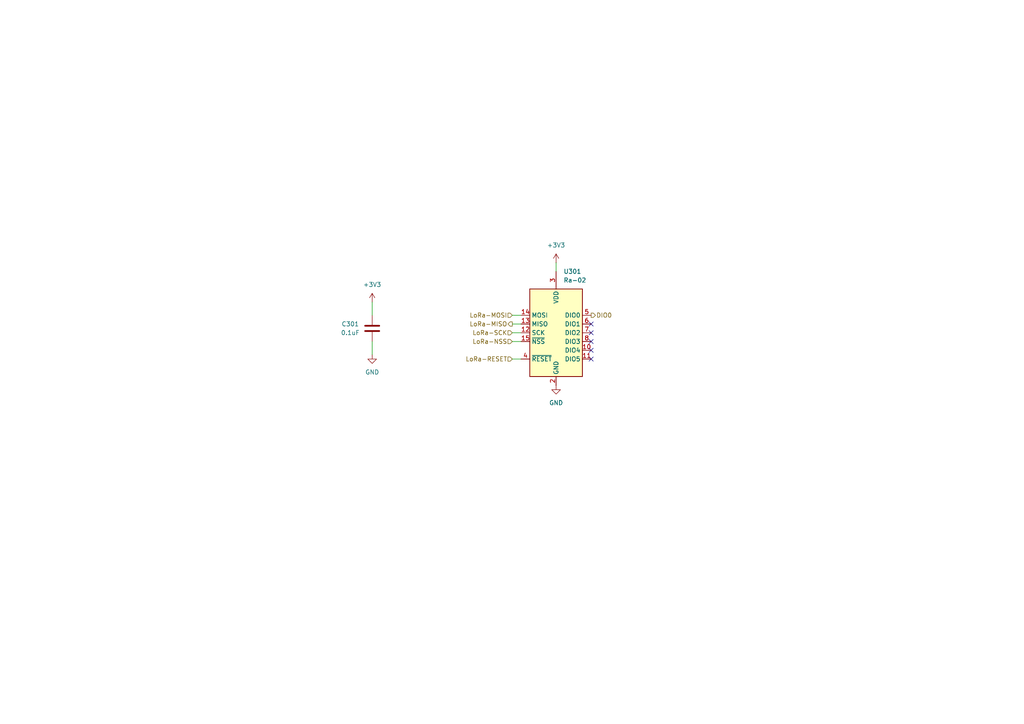
<source format=kicad_sch>
(kicad_sch (version 20250114) (generator "eeschema") (generator_version "9.0")
  (paper "A4")
  (lib_symbols
    (symbol "Device:C" (pin_numbers (hide yes)) (pin_names (offset 0.254))
      (property "Reference" "C" (at 0.635 2.54 0))
      (property "Value" "C" (at 0.635 -2.54 0))
      (symbol "C_0_1"
        (polyline (pts (xy -2.032 0.762) (xy 2.032 0.762)) (stroke (width 0.508)))
        (polyline (pts (xy -2.032 -0.762) (xy 2.032 -0.762)) (stroke (width 0.508)))
      )
      (symbol "C_1_1"
        (pin passive line (at 0 3.81 270) (length 2.794) (name "~") (number "1"))
        (pin passive line (at 0 -3.81 90) (length 2.794) (name "~") (number "2"))
      )
    )
    (symbol "RF_Module:Ai-Thinker-Ra-02"
      (property "Reference" "U" (at 2.54 19.05 0))
      (property "Value" "Ai-Thinker-Ra-02" (at 13.97 -15.24 0))
      (symbol "Ai-Thinker-Ra-02_0_1"
        (rectangle (start -7.62 12.7) (end 7.62 -12.7) (stroke (width 0.254)) (fill (type background)))
      )
      (symbol "Ai-Thinker-Ra-02_1_1"
        (pin input line (at -10.16 5.08 0) (length 2.54) (name "MOSI") (number "14"))
        (pin output line (at -10.16 2.54 0) (length 2.54) (name "MISO") (number "13"))
        (pin input line (at -10.16 0 0) (length 2.54) (name "SCK") (number "12"))
        (pin input line (at -10.16 -2.54 0) (length 2.54) (name "~{NSS}") (number "15"))
        (pin input line (at -10.16 -7.62 0) (length 2.54) (name "~{RESET}") (number "4"))
        (pin power_in line (at 0 17.78 270) (length 5.08) (name "VDD") (number "3"))
        (pin passive line (at 0 -15.24 90) (length 2.54) (hide yes) (name "GND") (number "1"))
        (pin passive line (at 0 -15.24 90) (length 2.54) (hide yes) (name "GND") (number "16"))
        (pin power_in line (at 0 -15.24 90) (length 2.54) (name "GND") (number "2"))
        (pin passive line (at 0 -15.24 90) (length 2.54) (hide yes) (name "GND") (number "9"))
        (pin bidirectional line (at 10.16 5.08 180) (length 2.54) (name "DIO0") (number "5"))
        (pin bidirectional line (at 10.16 2.54 180) (length 2.54) (name "DIO1") (number "6"))
        (pin bidirectional line (at 10.16 0 180) (length 2.54) (name "DIO2") (number "7"))
        (pin bidirectional line (at 10.16 -2.54 180) (length 2.54) (name "DIO3") (number "8"))
        (pin bidirectional line (at 10.16 -5.08 180) (length 2.54) (name "DIO4") (number "10"))
        (pin bidirectional line (at 10.16 -7.62 180) (length 2.54) (name "DIO5") (number "11"))
      )
    )
    (symbol "power:+3V3" (power) (pin_numbers (hide yes)) (pin_names (offset 0) (hide yes))
      (property "Value" "+3V3" (at 0 3.556 0))
      (symbol "+3V3_0_1"
        (polyline (pts (xy -0.762 1.27) (xy 0 2.54)))
        (polyline (pts (xy 0 2.54) (xy 0.762 1.27)))
        (polyline (pts (xy 0 0) (xy 0 2.54)))
      )
      (symbol "+3V3_1_1"
        (pin power_in line (at 0 0 90) (length 0) (name "~") (number "1"))
      )
    )
    (symbol "power:GND" (power) (pin_numbers (hide yes)) (pin_names (offset 0) (hide yes))
      (property "Value" "GND" (at 0 -3.81 0))
      (symbol "GND_0_1"
        (polyline (pts (xy 0 0) (xy 0 -1.27) (xy 1.27 -1.27) (xy 0 -2.54) (xy -1.27 -1.27) (xy 0 -1.27)))
      )
      (symbol "GND_1_1"
        (pin power_in line (at 0 0 270) (length 0) (name "~") (number "1"))
      )
    )
  )
  (no_connect (at 171.45 101.6))
  (no_connect (at 171.45 104.14))
  (no_connect (at 171.45 96.52))
  (no_connect (at 171.45 93.98))
  (no_connect (at 171.45 99.06))
  (wire (pts (xy 148.59 96.52) (xy 151.13 96.52)))
  (wire (pts (xy 148.59 91.44) (xy 151.13 91.44)))
  (wire (pts (xy 161.29 76.2) (xy 161.29 78.74)))
  (wire (pts (xy 107.95 99.06) (xy 107.95 102.87)))
  (wire (pts (xy 148.59 93.98) (xy 151.13 93.98)))
  (wire (pts (xy 107.95 87.63) (xy 107.95 91.44)))
  (wire (pts (xy 148.59 99.06) (xy 151.13 99.06)))
  (wire (pts (xy 148.59 104.14) (xy 151.13 104.14)))
  (hierarchical_label "LoRa-RESET" (shape input) (at 148.59 104.14 180))
  (hierarchical_label "LoRa-MOSI" (shape input) (at 148.59 91.44 180))
  (hierarchical_label "LoRa-SCK" (shape input) (at 148.59 96.52 180))
  (hierarchical_label "DIO0" (shape output) (at 171.45 91.44 0))
  (hierarchical_label "LoRa-NSS" (shape input) (at 148.59 99.06 180))
  (hierarchical_label "LoRa-MISO" (shape output) (at 148.59 93.98 180))
  (symbol (lib_id "Device:C") (at 107.95 95.25 0) (mirror y) (unit 1)
    (property "Reference" "C301" (at 101.6 93.98 0))
    (property "Value" "0.1uF" (at 101.6 96.52 0))
    (property "Description" "Unpolarized capacitor" (effects (hide yes)))
  )
  (symbol (lib_id "power:GND") (at 107.95 102.87 0) (unit 1)
    (property "Reference" "#PWR0303" (effects (hide yes)))
    (property "Value" "GND" (at 107.95 107.95 0))
    (property "Description" "Power symbol creates a global label with name \"GND\" , ground" (effects (hide yes)))
  )
  (symbol (lib_id "power:GND") (at 161.29 111.76 0) (unit 1)
    (property "Reference" "#PWR0302" (effects (hide yes)))
    (property "Value" "GND" (at 161.29 116.84 0))
    (property "Description" "Power symbol creates a global label with name \"GND\" , ground" (effects (hide yes)))
  )
  (symbol (lib_id "power:+3V3") (at 107.95 87.63 0) (unit 1)
    (property "Reference" "#PWR0304" (effects (hide yes)))
    (property "Value" "+3V3" (at 107.95 82.55 0))
    (property "Description" "Power symbol creates a global label with name \"+3V3\"" (effects (hide yes)))
  )
  (symbol (lib_id "RF_Module:Ai-Thinker-Ra-02") (at 161.29 96.52 0) (unit 1)
    (property "Reference" "U301" (at 163.4333 78.74 0) (effects (justify left)))
    (property "Value" "Ra-02" (at 163.4333 81.28 0) (effects (justify left)))
    (property "Footprint" "RF_Module:Ai-Thinker-Ra-01-LoRa" (effects (hide yes)))
    (property "Datasheet" "http://wiki.ai-thinker.com/_media/lora/docs/c048ps01a1_ra-02_product_specification_v1.1.pdf" (effects (hide yes)))
    (property "Description" "Ai-Thinker Ra-02 410-525 MHz LoRa Module, SPI interface, U.FL antenna connector" (effects (hide yes)))
  )
  (symbol (lib_id "power:+3V3") (at 161.29 76.2 0) (unit 1)
    (property "Reference" "#PWR0301" (effects (hide yes)))
    (property "Value" "+3V3" (at 161.29 71.12 0))
    (property "Description" "Power symbol creates a global label with name \"+3V3\"" (effects (hide yes)))
  )
)
</source>
